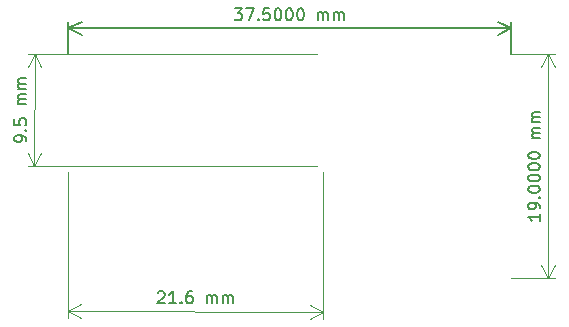
<source format=gbr>
G04 #@! TF.GenerationSoftware,KiCad,Pcbnew,5.99.0-unknown-80cb1db2e6~119~ubuntu20.04.1*
G04 #@! TF.CreationDate,2021-03-23T08:35:34+01:00*
G04 #@! TF.ProjectId,TFRPM01C,54465250-4d30-4314-932e-6b696361645f,REV*
G04 #@! TF.SameCoordinates,PX78dfd90PY8290510*
G04 #@! TF.FileFunction,OtherDrawing,Comment*
%FSLAX46Y46*%
G04 Gerber Fmt 4.6, Leading zero omitted, Abs format (unit mm)*
G04 Created by KiCad (PCBNEW 5.99.0-unknown-80cb1db2e6~119~ubuntu20.04.1) date 2021-03-23 08:35:34*
%MOMM*%
%LPD*%
G01*
G04 APERTURE LIST*
%ADD10C,0.150000*%
%ADD11C,0.100000*%
G04 APERTURE END LIST*
D10*
X24194380Y552285D02*
X24194380Y-19143D01*
X24194380Y266571D02*
X23194380Y266571D01*
X23337238Y171333D01*
X23432476Y76095D01*
X23480095Y-19143D01*
X24194380Y1028476D02*
X24194380Y1218952D01*
X24146761Y1314190D01*
X24099142Y1361809D01*
X23956285Y1457047D01*
X23765809Y1504666D01*
X23384857Y1504666D01*
X23289619Y1457047D01*
X23242000Y1409428D01*
X23194380Y1314190D01*
X23194380Y1123714D01*
X23242000Y1028476D01*
X23289619Y980857D01*
X23384857Y933238D01*
X23622952Y933238D01*
X23718190Y980857D01*
X23765809Y1028476D01*
X23813428Y1123714D01*
X23813428Y1314190D01*
X23765809Y1409428D01*
X23718190Y1457047D01*
X23622952Y1504666D01*
X24099142Y1933238D02*
X24146761Y1980857D01*
X24194380Y1933238D01*
X24146761Y1885619D01*
X24099142Y1933238D01*
X24194380Y1933238D01*
X23194380Y2599904D02*
X23194380Y2695143D01*
X23242000Y2790381D01*
X23289619Y2838000D01*
X23384857Y2885619D01*
X23575333Y2933238D01*
X23813428Y2933238D01*
X24003904Y2885619D01*
X24099142Y2838000D01*
X24146761Y2790381D01*
X24194380Y2695143D01*
X24194380Y2599904D01*
X24146761Y2504666D01*
X24099142Y2457047D01*
X24003904Y2409428D01*
X23813428Y2361809D01*
X23575333Y2361809D01*
X23384857Y2409428D01*
X23289619Y2457047D01*
X23242000Y2504666D01*
X23194380Y2599904D01*
X23194380Y3552285D02*
X23194380Y3647524D01*
X23242000Y3742762D01*
X23289619Y3790381D01*
X23384857Y3838000D01*
X23575333Y3885619D01*
X23813428Y3885619D01*
X24003904Y3838000D01*
X24099142Y3790381D01*
X24146761Y3742762D01*
X24194380Y3647524D01*
X24194380Y3552285D01*
X24146761Y3457047D01*
X24099142Y3409428D01*
X24003904Y3361809D01*
X23813428Y3314190D01*
X23575333Y3314190D01*
X23384857Y3361809D01*
X23289619Y3409428D01*
X23242000Y3457047D01*
X23194380Y3552285D01*
X23194380Y4504666D02*
X23194380Y4599904D01*
X23242000Y4695143D01*
X23289619Y4742762D01*
X23384857Y4790381D01*
X23575333Y4838000D01*
X23813428Y4838000D01*
X24003904Y4790381D01*
X24099142Y4742762D01*
X24146761Y4695143D01*
X24194380Y4599904D01*
X24194380Y4504666D01*
X24146761Y4409428D01*
X24099142Y4361809D01*
X24003904Y4314190D01*
X23813428Y4266571D01*
X23575333Y4266571D01*
X23384857Y4314190D01*
X23289619Y4361809D01*
X23242000Y4409428D01*
X23194380Y4504666D01*
X23194380Y5457047D02*
X23194380Y5552285D01*
X23242000Y5647524D01*
X23289619Y5695143D01*
X23384857Y5742762D01*
X23575333Y5790381D01*
X23813428Y5790381D01*
X24003904Y5742762D01*
X24099142Y5695143D01*
X24146761Y5647524D01*
X24194380Y5552285D01*
X24194380Y5457047D01*
X24146761Y5361809D01*
X24099142Y5314190D01*
X24003904Y5266571D01*
X23813428Y5218952D01*
X23575333Y5218952D01*
X23384857Y5266571D01*
X23289619Y5314190D01*
X23242000Y5361809D01*
X23194380Y5457047D01*
X24194380Y6980857D02*
X23527714Y6980857D01*
X23622952Y6980857D02*
X23575333Y7028476D01*
X23527714Y7123714D01*
X23527714Y7266571D01*
X23575333Y7361809D01*
X23670571Y7409428D01*
X24194380Y7409428D01*
X23670571Y7409428D02*
X23575333Y7457047D01*
X23527714Y7552285D01*
X23527714Y7695143D01*
X23575333Y7790381D01*
X23670571Y7838000D01*
X24194380Y7838000D01*
X24194380Y8314190D02*
X23527714Y8314190D01*
X23622952Y8314190D02*
X23575333Y8361809D01*
X23527714Y8457047D01*
X23527714Y8599904D01*
X23575333Y8695143D01*
X23670571Y8742762D01*
X24194380Y8742762D01*
X23670571Y8742762D02*
X23575333Y8790381D01*
X23527714Y8885619D01*
X23527714Y9028476D01*
X23575333Y9123714D01*
X23670571Y9171333D01*
X24194380Y9171333D01*
D11*
X21752000Y-4900096D02*
X25478420Y-4900096D01*
X21752000Y14099904D02*
X25478420Y14099904D01*
X24892000Y-4900096D02*
X24892000Y14099904D01*
X24892000Y-4900096D02*
X24892000Y14099904D01*
X24892000Y-4900096D02*
X25478421Y-3773592D01*
X24892000Y-4900096D02*
X24305579Y-3773592D01*
X24892000Y14099904D02*
X24305579Y12973400D01*
X24892000Y14099904D02*
X25478421Y12973400D01*
D10*
X-1664667Y17953620D02*
X-1045620Y17953620D01*
X-1378953Y17572667D01*
X-1236096Y17572667D01*
X-1140858Y17525048D01*
X-1093239Y17477429D01*
X-1045620Y17382191D01*
X-1045620Y17144096D01*
X-1093239Y17048858D01*
X-1140858Y17001239D01*
X-1236096Y16953620D01*
X-1521810Y16953620D01*
X-1617048Y17001239D01*
X-1664667Y17048858D01*
X-712286Y17953620D02*
X-45620Y17953620D01*
X-474191Y16953620D01*
X335333Y17048858D02*
X382952Y17001239D01*
X335333Y16953620D01*
X287714Y17001239D01*
X335333Y17048858D01*
X335333Y16953620D01*
X1287714Y17953620D02*
X811523Y17953620D01*
X763904Y17477429D01*
X811523Y17525048D01*
X906761Y17572667D01*
X1144857Y17572667D01*
X1240095Y17525048D01*
X1287714Y17477429D01*
X1335333Y17382191D01*
X1335333Y17144096D01*
X1287714Y17048858D01*
X1240095Y17001239D01*
X1144857Y16953620D01*
X906761Y16953620D01*
X811523Y17001239D01*
X763904Y17048858D01*
X1954380Y17953620D02*
X2049619Y17953620D01*
X2144857Y17906000D01*
X2192476Y17858381D01*
X2240095Y17763143D01*
X2287714Y17572667D01*
X2287714Y17334572D01*
X2240095Y17144096D01*
X2192476Y17048858D01*
X2144857Y17001239D01*
X2049619Y16953620D01*
X1954380Y16953620D01*
X1859142Y17001239D01*
X1811523Y17048858D01*
X1763904Y17144096D01*
X1716285Y17334572D01*
X1716285Y17572667D01*
X1763904Y17763143D01*
X1811523Y17858381D01*
X1859142Y17906000D01*
X1954380Y17953620D01*
X2906761Y17953620D02*
X3002000Y17953620D01*
X3097238Y17906000D01*
X3144857Y17858381D01*
X3192476Y17763143D01*
X3240095Y17572667D01*
X3240095Y17334572D01*
X3192476Y17144096D01*
X3144857Y17048858D01*
X3097238Y17001239D01*
X3002000Y16953620D01*
X2906761Y16953620D01*
X2811523Y17001239D01*
X2763904Y17048858D01*
X2716285Y17144096D01*
X2668666Y17334572D01*
X2668666Y17572667D01*
X2716285Y17763143D01*
X2763904Y17858381D01*
X2811523Y17906000D01*
X2906761Y17953620D01*
X3859142Y17953620D02*
X3954380Y17953620D01*
X4049619Y17906000D01*
X4097238Y17858381D01*
X4144857Y17763143D01*
X4192476Y17572667D01*
X4192476Y17334572D01*
X4144857Y17144096D01*
X4097238Y17048858D01*
X4049619Y17001239D01*
X3954380Y16953620D01*
X3859142Y16953620D01*
X3763904Y17001239D01*
X3716285Y17048858D01*
X3668666Y17144096D01*
X3621047Y17334572D01*
X3621047Y17572667D01*
X3668666Y17763143D01*
X3716285Y17858381D01*
X3763904Y17906000D01*
X3859142Y17953620D01*
X5382952Y16953620D02*
X5382952Y17620286D01*
X5382952Y17525048D02*
X5430571Y17572667D01*
X5525809Y17620286D01*
X5668666Y17620286D01*
X5763904Y17572667D01*
X5811523Y17477429D01*
X5811523Y16953620D01*
X5811523Y17477429D02*
X5859142Y17572667D01*
X5954380Y17620286D01*
X6097238Y17620286D01*
X6192476Y17572667D01*
X6240095Y17477429D01*
X6240095Y16953620D01*
X6716285Y16953620D02*
X6716285Y17620286D01*
X6716285Y17525048D02*
X6763904Y17572667D01*
X6859142Y17620286D01*
X7002000Y17620286D01*
X7097238Y17572667D01*
X7144857Y17477429D01*
X7144857Y16953620D01*
X7144857Y17477429D02*
X7192476Y17572667D01*
X7287714Y17620286D01*
X7430571Y17620286D01*
X7525809Y17572667D01*
X7573428Y17477429D01*
X7573428Y16953620D01*
X21752000Y14099904D02*
X21752000Y16842420D01*
X-15748000Y14099904D02*
X-15748000Y16842420D01*
X21752000Y16256000D02*
X-15748000Y16256000D01*
X21752000Y16256000D02*
X-15748000Y16256000D01*
X21752000Y16256000D02*
X20625496Y16842421D01*
X21752000Y16256000D02*
X20625496Y15669579D01*
X-15748000Y16256000D02*
X-14621496Y15669579D01*
X-15748000Y16256000D02*
X-14621496Y16842421D01*
X-19303633Y6739527D02*
X-19303473Y6930003D01*
X-19351012Y7025281D01*
X-19398592Y7072940D01*
X-19541369Y7168298D01*
X-19731805Y7216077D01*
X-20112757Y7216397D01*
X-20208035Y7168858D01*
X-20255694Y7121279D01*
X-20303393Y7026081D01*
X-20303553Y6835605D01*
X-20256014Y6740327D01*
X-20208435Y6692668D01*
X-20113237Y6644969D01*
X-19875142Y6644769D01*
X-19779864Y6692308D01*
X-19732205Y6739887D01*
X-19684506Y6835085D01*
X-19684346Y7025561D01*
X-19731885Y7120839D01*
X-19779464Y7168498D01*
X-19874662Y7216197D01*
X-19398112Y7644368D02*
X-19350453Y7691947D01*
X-19302874Y7644288D01*
X-19350533Y7596709D01*
X-19398112Y7644368D01*
X-19302874Y7644288D01*
X-20302073Y8597509D02*
X-20302473Y8121319D01*
X-19826323Y8073300D01*
X-19873902Y8120959D01*
X-19921441Y8216237D01*
X-19921241Y8454332D01*
X-19873542Y8549530D01*
X-19825883Y8597109D01*
X-19730605Y8644648D01*
X-19492510Y8644448D01*
X-19397312Y8596749D01*
X-19349733Y8549090D01*
X-19302194Y8453812D01*
X-19302394Y8215717D01*
X-19350093Y8120519D01*
X-19397752Y8072940D01*
X-19301034Y9834764D02*
X-19967700Y9835324D01*
X-19872462Y9835244D02*
X-19920041Y9882903D01*
X-19967580Y9978181D01*
X-19967460Y10121038D01*
X-19919761Y10216236D01*
X-19824483Y10263775D01*
X-19300674Y10263335D01*
X-19824483Y10263775D02*
X-19919681Y10311474D01*
X-19967220Y10406752D01*
X-19967100Y10549609D01*
X-19919401Y10644807D01*
X-19824123Y10692346D01*
X-19300314Y10691906D01*
X-19299914Y11168097D02*
X-19966580Y11168657D01*
X-19871342Y11168577D02*
X-19918921Y11216236D01*
X-19966460Y11311514D01*
X-19966340Y11454371D01*
X-19918641Y11549569D01*
X-19823363Y11597108D01*
X-19299554Y11596668D01*
X-19823363Y11597108D02*
X-19918561Y11644807D01*
X-19966100Y11740085D01*
X-19965980Y11882942D01*
X-19918281Y11978140D01*
X-19823003Y12025679D01*
X-19299194Y12025239D01*
D11*
X5342000Y4575324D02*
X-19194234Y4595932D01*
X5350000Y14100420D02*
X-19186234Y14121028D01*
X-18607814Y4595439D02*
X-18599814Y14120535D01*
X-18607814Y4595439D02*
X-18599814Y14120535D01*
X-18607814Y4595439D02*
X-18020447Y5721450D01*
X-18607814Y4595439D02*
X-19193288Y5722435D01*
X-18599814Y14120535D02*
X-19187181Y12994524D01*
X-18599814Y14120535D02*
X-18014340Y12993539D01*
D10*
X-8155857Y-6102474D02*
X-8108183Y-6054911D01*
X-8012889Y-6007402D01*
X-7774794Y-6007678D01*
X-7679611Y-6055407D01*
X-7632048Y-6103081D01*
X-7584539Y-6198374D01*
X-7584649Y-6293612D01*
X-7632434Y-6436414D01*
X-8204523Y-7007181D01*
X-7585476Y-7007897D01*
X-6633096Y-7009000D02*
X-7204524Y-7008339D01*
X-6918810Y-7008669D02*
X-6917652Y-6008670D01*
X-7013055Y-6151417D01*
X-7108404Y-6246545D01*
X-7203697Y-6294053D01*
X-6204414Y-6914258D02*
X-6156851Y-6961933D01*
X-6204525Y-7009497D01*
X-6252089Y-6961822D01*
X-6204414Y-6914258D01*
X-6204525Y-7009497D01*
X-5298605Y-6010545D02*
X-5489082Y-6010324D01*
X-5584375Y-6057833D01*
X-5632049Y-6105397D01*
X-5727452Y-6248144D01*
X-5775292Y-6438565D01*
X-5775733Y-6819517D01*
X-5728224Y-6914810D01*
X-5680660Y-6962484D01*
X-5585478Y-7010213D01*
X-5395001Y-7010434D01*
X-5299708Y-6962925D01*
X-5252034Y-6915361D01*
X-5204305Y-6820178D01*
X-5204029Y-6582083D01*
X-5251538Y-6486790D01*
X-5299102Y-6439116D01*
X-5394285Y-6391387D01*
X-5584761Y-6391166D01*
X-5680054Y-6438675D01*
X-5727728Y-6486239D01*
X-5775457Y-6581422D01*
X-4014050Y-7012033D02*
X-4013278Y-6345367D01*
X-4013388Y-6440605D02*
X-3965714Y-6393041D01*
X-3870421Y-6345532D01*
X-3727564Y-6345698D01*
X-3632381Y-6393427D01*
X-3584872Y-6488720D01*
X-3585479Y-7012529D01*
X-3584872Y-6488720D02*
X-3537143Y-6393537D01*
X-3441850Y-6346028D01*
X-3298993Y-6346194D01*
X-3203810Y-6393923D01*
X-3156301Y-6489216D01*
X-3156908Y-7013025D01*
X-2680718Y-7013577D02*
X-2679946Y-6346911D01*
X-2680056Y-6442149D02*
X-2632382Y-6394585D01*
X-2537089Y-6347076D01*
X-2394232Y-6347241D01*
X-2299049Y-6394971D01*
X-2251540Y-6490264D01*
X-2252146Y-7014073D01*
X-2251540Y-6490264D02*
X-2203811Y-6395081D01*
X-2108517Y-6347572D01*
X-1965660Y-6347738D01*
X-1870477Y-6395467D01*
X-1822969Y-6490760D01*
X-1823575Y-7014569D01*
D11*
X5841421Y4074904D02*
X5827083Y-8307469D01*
X-15748579Y4099904D02*
X-15762917Y-8282469D01*
X5827762Y-7721049D02*
X-15762238Y-7696049D01*
X5827762Y-7721049D02*
X-15762238Y-7696049D01*
X5827762Y-7721049D02*
X4701938Y-7133324D01*
X5827762Y-7721049D02*
X4700580Y-8306165D01*
X-15762238Y-7696049D02*
X-14636414Y-8283774D01*
X-15762238Y-7696049D02*
X-14635056Y-7110933D01*
M02*

</source>
